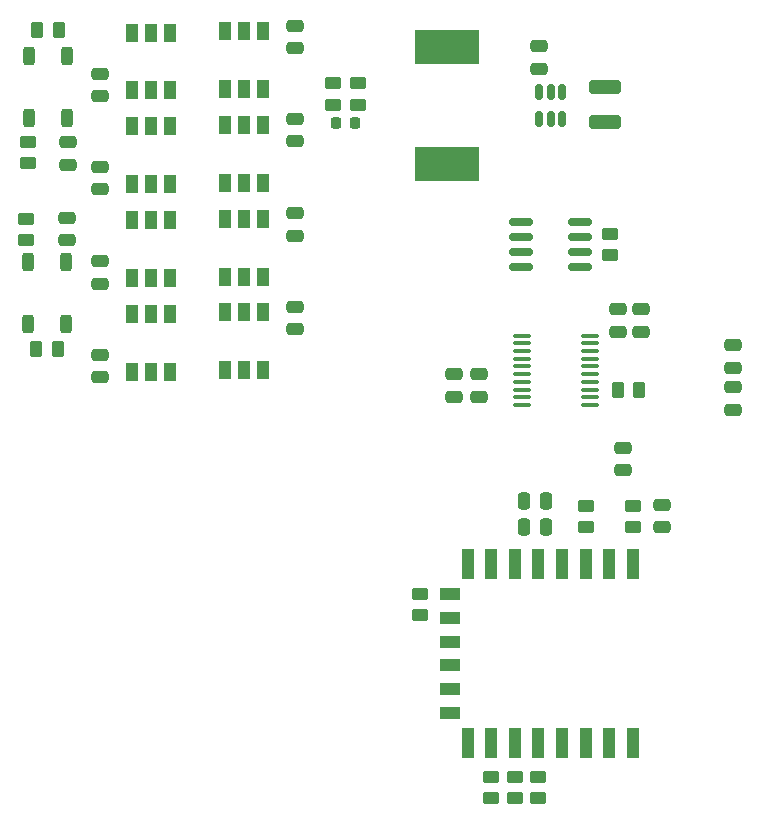
<source format=gbr>
%TF.GenerationSoftware,KiCad,Pcbnew,8.0.6*%
%TF.CreationDate,2024-12-14T14:20:07+01:00*%
%TF.ProjectId,PUEE,50554545-2e6b-4696-9361-645f70636258,rev?*%
%TF.SameCoordinates,Original*%
%TF.FileFunction,Paste,Top*%
%TF.FilePolarity,Positive*%
%FSLAX46Y46*%
G04 Gerber Fmt 4.6, Leading zero omitted, Abs format (unit mm)*
G04 Created by KiCad (PCBNEW 8.0.6) date 2024-12-14 14:20:07*
%MOMM*%
%LPD*%
G01*
G04 APERTURE LIST*
G04 Aperture macros list*
%AMRoundRect*
0 Rectangle with rounded corners*
0 $1 Rounding radius*
0 $2 $3 $4 $5 $6 $7 $8 $9 X,Y pos of 4 corners*
0 Add a 4 corners polygon primitive as box body*
4,1,4,$2,$3,$4,$5,$6,$7,$8,$9,$2,$3,0*
0 Add four circle primitives for the rounded corners*
1,1,$1+$1,$2,$3*
1,1,$1+$1,$4,$5*
1,1,$1+$1,$6,$7*
1,1,$1+$1,$8,$9*
0 Add four rect primitives between the rounded corners*
20,1,$1+$1,$2,$3,$4,$5,0*
20,1,$1+$1,$4,$5,$6,$7,0*
20,1,$1+$1,$6,$7,$8,$9,0*
20,1,$1+$1,$8,$9,$2,$3,0*%
G04 Aperture macros list end*
%ADD10RoundRect,0.250000X-0.475000X0.250000X-0.475000X-0.250000X0.475000X-0.250000X0.475000X0.250000X0*%
%ADD11RoundRect,0.250000X-0.450000X0.262500X-0.450000X-0.262500X0.450000X-0.262500X0.450000X0.262500X0*%
%ADD12RoundRect,0.250000X0.475000X-0.250000X0.475000X0.250000X-0.475000X0.250000X-0.475000X-0.250000X0*%
%ADD13RoundRect,0.250000X-0.250000X-0.475000X0.250000X-0.475000X0.250000X0.475000X-0.250000X0.475000X0*%
%ADD14R,1.000000X1.500000*%
%ADD15RoundRect,0.250000X0.450000X-0.262500X0.450000X0.262500X-0.450000X0.262500X-0.450000X-0.262500X0*%
%ADD16RoundRect,0.250000X-0.250000X0.525000X-0.250000X-0.525000X0.250000X-0.525000X0.250000X0.525000X0*%
%ADD17RoundRect,0.100000X0.637500X0.100000X-0.637500X0.100000X-0.637500X-0.100000X0.637500X-0.100000X0*%
%ADD18RoundRect,0.250000X0.262500X0.450000X-0.262500X0.450000X-0.262500X-0.450000X0.262500X-0.450000X0*%
%ADD19R,5.400000X2.900000*%
%ADD20RoundRect,0.250000X-1.100000X0.325000X-1.100000X-0.325000X1.100000X-0.325000X1.100000X0.325000X0*%
%ADD21R,1.000000X2.500000*%
%ADD22R,1.800000X1.000000*%
%ADD23RoundRect,0.250000X0.250000X-0.525000X0.250000X0.525000X-0.250000X0.525000X-0.250000X-0.525000X0*%
%ADD24RoundRect,0.150000X-0.825000X-0.150000X0.825000X-0.150000X0.825000X0.150000X-0.825000X0.150000X0*%
%ADD25RoundRect,0.225000X-0.225000X-0.250000X0.225000X-0.250000X0.225000X0.250000X-0.225000X0.250000X0*%
%ADD26RoundRect,0.150000X0.150000X-0.512500X0.150000X0.512500X-0.150000X0.512500X-0.150000X-0.512500X0*%
G04 APERTURE END LIST*
D10*
%TO.C,C7*%
X177500000Y-76892400D03*
X177500000Y-78792400D03*
%TD*%
D11*
%TO.C,R2*%
X169000000Y-90487500D03*
X169000000Y-92312500D03*
%TD*%
D12*
%TO.C,C22*%
X123925000Y-79610000D03*
X123925000Y-77710000D03*
%TD*%
D13*
%TO.C,C10*%
X159750000Y-92325000D03*
X161650000Y-92325000D03*
%TD*%
D14*
%TO.C,U11*%
X126625000Y-79125000D03*
X128225000Y-79125000D03*
X129825000Y-79125000D03*
X129825000Y-74225000D03*
X128225000Y-74225000D03*
X126625000Y-74225000D03*
%TD*%
D15*
%TO.C,R7*%
X117650000Y-68012500D03*
X117650000Y-66187500D03*
%TD*%
%TO.C,R6*%
X157000000Y-115262500D03*
X157000000Y-113437500D03*
%TD*%
D16*
%TO.C,SW2*%
X121100000Y-52375000D03*
X121100000Y-57625000D03*
X117900000Y-52375000D03*
X117900000Y-57625000D03*
%TD*%
D11*
%TO.C,R11*%
X167025000Y-67452500D03*
X167025000Y-69277500D03*
%TD*%
D12*
%TO.C,C21*%
X123925000Y-71710000D03*
X123925000Y-69810000D03*
%TD*%
D14*
%TO.C,U6*%
X137700000Y-58225000D03*
X136100000Y-58225000D03*
X134500000Y-58225000D03*
X134500000Y-63125000D03*
X136100000Y-63125000D03*
X137700000Y-63125000D03*
%TD*%
D17*
%TO.C,U1*%
X165375000Y-81950000D03*
X165375000Y-81300000D03*
X165375000Y-80650000D03*
X165375000Y-80000000D03*
X165375000Y-79350000D03*
X165375000Y-78700000D03*
X165375000Y-78050000D03*
X165375000Y-77400000D03*
X165375000Y-76750000D03*
X165375000Y-76100000D03*
X159650000Y-76100000D03*
X159650000Y-76750000D03*
X159650000Y-77400000D03*
X159650000Y-78050000D03*
X159650000Y-78700000D03*
X159650000Y-79350000D03*
X159650000Y-80000000D03*
X159650000Y-80650000D03*
X159650000Y-81300000D03*
X159650000Y-81950000D03*
%TD*%
D10*
%TO.C,C18*%
X140400000Y-49840000D03*
X140400000Y-51740000D03*
%TD*%
D13*
%TO.C,C9*%
X159750000Y-90125000D03*
X161650000Y-90125000D03*
%TD*%
D12*
%TO.C,C13*%
X121100000Y-68030000D03*
X121100000Y-66130000D03*
%TD*%
D18*
%TO.C,R9*%
X120312500Y-77250000D03*
X118487500Y-77250000D03*
%TD*%
D19*
%TO.C,L1*%
X153300000Y-61525000D03*
X153300000Y-51625000D03*
%TD*%
D12*
%TO.C,C19*%
X123925000Y-55810000D03*
X123925000Y-53910000D03*
%TD*%
D11*
%TO.C,R4*%
X161000000Y-113437500D03*
X161000000Y-115262500D03*
%TD*%
%TO.C,R5*%
X159000000Y-113437500D03*
X159000000Y-115262500D03*
%TD*%
D15*
%TO.C,R14*%
X150950000Y-99762500D03*
X150950000Y-97937500D03*
%TD*%
D12*
%TO.C,C12*%
X161090000Y-53480000D03*
X161090000Y-51580000D03*
%TD*%
D10*
%TO.C,C2*%
X156000000Y-79350000D03*
X156000000Y-81250000D03*
%TD*%
%TO.C,C1*%
X153875000Y-79350000D03*
X153875000Y-81250000D03*
%TD*%
D20*
%TO.C,C11*%
X166600000Y-55025000D03*
X166600000Y-57975000D03*
%TD*%
D21*
%TO.C,U2*%
X169000000Y-95400000D03*
X167000000Y-95400000D03*
X165000000Y-95400000D03*
X163000000Y-95400000D03*
X161000000Y-95400000D03*
X159000000Y-95400000D03*
X157000000Y-95400000D03*
X155000000Y-95400000D03*
D22*
X153500000Y-98000000D03*
X153500000Y-100000000D03*
X153500000Y-102000000D03*
X153500000Y-104000000D03*
X153500000Y-106000000D03*
X153500000Y-108000000D03*
D21*
X155000000Y-110600000D03*
X157000000Y-110600000D03*
X159000000Y-110600000D03*
X161000000Y-110600000D03*
X163000000Y-110600000D03*
X165000000Y-110600000D03*
X167000000Y-110600000D03*
X169000000Y-110600000D03*
%TD*%
D10*
%TO.C,C16*%
X140400000Y-65740000D03*
X140400000Y-67640000D03*
%TD*%
D14*
%TO.C,U8*%
X126625000Y-55325000D03*
X128225000Y-55325000D03*
X129825000Y-55325000D03*
X129825000Y-50425000D03*
X128225000Y-50425000D03*
X126625000Y-50425000D03*
%TD*%
D18*
%TO.C,R10*%
X120412500Y-50250000D03*
X118587500Y-50250000D03*
%TD*%
D14*
%TO.C,U5*%
X137700000Y-66225000D03*
X136100000Y-66225000D03*
X134500000Y-66225000D03*
X134500000Y-71125000D03*
X136100000Y-71125000D03*
X137700000Y-71125000D03*
%TD*%
D10*
%TO.C,C17*%
X140400000Y-57740000D03*
X140400000Y-59640000D03*
%TD*%
D12*
%TO.C,C5*%
X168125000Y-87500000D03*
X168125000Y-85600000D03*
%TD*%
D15*
%TO.C,R12*%
X143625000Y-56525000D03*
X143625000Y-54700000D03*
%TD*%
D14*
%TO.C,U7*%
X137700000Y-50325000D03*
X136100000Y-50325000D03*
X134500000Y-50325000D03*
X134500000Y-55225000D03*
X136100000Y-55225000D03*
X137700000Y-55225000D03*
%TD*%
D10*
%TO.C,C8*%
X171500000Y-90430000D03*
X171500000Y-92330000D03*
%TD*%
D15*
%TO.C,R8*%
X117750000Y-61512500D03*
X117750000Y-59687500D03*
%TD*%
D12*
%TO.C,C3*%
X169675000Y-75750000D03*
X169675000Y-73850000D03*
%TD*%
%TO.C,C4*%
X167700000Y-75750000D03*
X167700000Y-73850000D03*
%TD*%
D14*
%TO.C,U4*%
X137700000Y-74125000D03*
X136100000Y-74125000D03*
X134500000Y-74125000D03*
X134500000Y-79025000D03*
X136100000Y-79025000D03*
X137700000Y-79025000D03*
%TD*%
D12*
%TO.C,C6*%
X177500000Y-82357600D03*
X177500000Y-80457600D03*
%TD*%
D11*
%TO.C,R3*%
X165000000Y-90487500D03*
X165000000Y-92312500D03*
%TD*%
D14*
%TO.C,U10*%
X126625000Y-71225000D03*
X128225000Y-71225000D03*
X129825000Y-71225000D03*
X129825000Y-66325000D03*
X128225000Y-66325000D03*
X126625000Y-66325000D03*
%TD*%
D18*
%TO.C,R1*%
X169537500Y-80650000D03*
X167712500Y-80650000D03*
%TD*%
D14*
%TO.C,U9*%
X126625000Y-63225000D03*
X128225000Y-63225000D03*
X129825000Y-63225000D03*
X129825000Y-58325000D03*
X128225000Y-58325000D03*
X126625000Y-58325000D03*
%TD*%
D23*
%TO.C,SW1*%
X117800000Y-75125000D03*
X117800000Y-69875000D03*
X121000000Y-75125000D03*
X121000000Y-69875000D03*
%TD*%
D10*
%TO.C,C15*%
X140400000Y-73640000D03*
X140400000Y-75540000D03*
%TD*%
D24*
%TO.C,U13*%
X159550000Y-66460000D03*
X159550000Y-67730000D03*
X159550000Y-69000000D03*
X159550000Y-70270000D03*
X164500000Y-70270000D03*
X164500000Y-69000000D03*
X164500000Y-67730000D03*
X164500000Y-66460000D03*
%TD*%
D11*
%TO.C,R13*%
X145725000Y-54700000D03*
X145725000Y-56525000D03*
%TD*%
D25*
%TO.C,C23*%
X143900000Y-58100000D03*
X145450000Y-58100000D03*
%TD*%
D26*
%TO.C,U3*%
X161087500Y-57762500D03*
X162037500Y-57762500D03*
X162987500Y-57762500D03*
X162987500Y-55487500D03*
X162037500Y-55487500D03*
X161087500Y-55487500D03*
%TD*%
D12*
%TO.C,C20*%
X123925000Y-63710000D03*
X123925000Y-61810000D03*
%TD*%
D10*
%TO.C,C14*%
X121200000Y-59700000D03*
X121200000Y-61600000D03*
%TD*%
M02*

</source>
